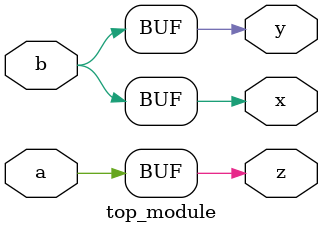
<source format=v>
`timescale 1ns/1ns

module top_module(
    input a,b,
    output x,y,z
);
assign z=a;
assign x=b;
assign y=b;
endmodule

</source>
